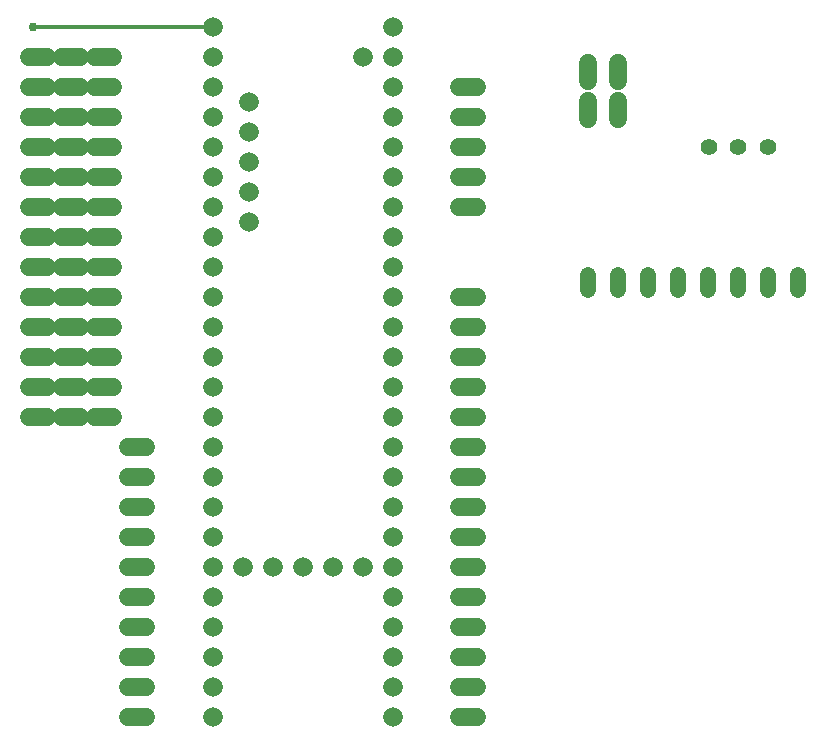
<source format=gbr>
G04 EAGLE Gerber RS-274X export*
G75*
%MOMM*%
%FSLAX34Y34*%
%LPD*%
%INBottom Copper*%
%IPPOS*%
%AMOC8*
5,1,8,0,0,1.08239X$1,22.5*%
G01*
%ADD10C,1.665000*%
%ADD11C,1.524000*%
%ADD12C,1.408000*%
%ADD13C,1.320800*%
%ADD14C,0.756400*%
%ADD15C,0.304800*%


D10*
X190500Y584200D03*
X190500Y558800D03*
X190500Y533400D03*
X190500Y508000D03*
X190500Y482600D03*
X190500Y457200D03*
X190500Y431800D03*
X190500Y406400D03*
X190500Y381000D03*
X190500Y355600D03*
X190500Y330200D03*
X190500Y304800D03*
X342900Y304800D03*
X342900Y330200D03*
X342900Y355600D03*
X342900Y381000D03*
X342900Y406400D03*
X342900Y431800D03*
X342900Y457200D03*
X342900Y482600D03*
X342900Y508000D03*
X342900Y533400D03*
X342900Y558800D03*
X190500Y254000D03*
X190500Y228600D03*
X190500Y203200D03*
X190500Y177800D03*
X190500Y152400D03*
X190500Y127000D03*
X190500Y101600D03*
X190500Y76200D03*
X190500Y50800D03*
X342900Y50800D03*
X342900Y76200D03*
X342900Y101600D03*
X342900Y127000D03*
X342900Y152400D03*
X342900Y177800D03*
X342900Y203200D03*
X342900Y228600D03*
X342900Y254000D03*
X190500Y279400D03*
X215900Y177800D03*
X241300Y177800D03*
X266700Y177800D03*
X292100Y177800D03*
X317500Y177800D03*
X221000Y469900D03*
X221000Y495300D03*
X221000Y520700D03*
X221000Y546100D03*
X221000Y571500D03*
X342900Y584200D03*
X342900Y635000D03*
X190500Y609600D03*
X317500Y609600D03*
X342900Y279400D03*
X342900Y609600D03*
X190500Y635000D03*
D11*
X105410Y609600D02*
X90170Y609600D01*
X90170Y584200D02*
X105410Y584200D01*
X105410Y558800D02*
X90170Y558800D01*
X90170Y533400D02*
X105410Y533400D01*
X105410Y508000D02*
X90170Y508000D01*
X90170Y482600D02*
X105410Y482600D01*
X105410Y457200D02*
X90170Y457200D01*
X90170Y431800D02*
X105410Y431800D01*
X105410Y406400D02*
X90170Y406400D01*
X90170Y381000D02*
X105410Y381000D01*
X105410Y355600D02*
X90170Y355600D01*
X90170Y330200D02*
X105410Y330200D01*
X105410Y304800D02*
X90170Y304800D01*
X77470Y304800D02*
X62230Y304800D01*
X62230Y330200D02*
X77470Y330200D01*
X77470Y355600D02*
X62230Y355600D01*
X62230Y381000D02*
X77470Y381000D01*
X77470Y406400D02*
X62230Y406400D01*
X62230Y431800D02*
X77470Y431800D01*
X77470Y457200D02*
X62230Y457200D01*
X62230Y482600D02*
X77470Y482600D01*
X77470Y508000D02*
X62230Y508000D01*
X62230Y533400D02*
X77470Y533400D01*
X77470Y558800D02*
X62230Y558800D01*
X62230Y584200D02*
X77470Y584200D01*
X77470Y609600D02*
X62230Y609600D01*
X49530Y304800D02*
X34290Y304800D01*
X34290Y330200D02*
X49530Y330200D01*
X49530Y355600D02*
X34290Y355600D01*
X34290Y381000D02*
X49530Y381000D01*
X49530Y406400D02*
X34290Y406400D01*
X34290Y431800D02*
X49530Y431800D01*
X49530Y457200D02*
X34290Y457200D01*
X34290Y482600D02*
X49530Y482600D01*
X49530Y508000D02*
X34290Y508000D01*
X34290Y533400D02*
X49530Y533400D01*
X49530Y558800D02*
X34290Y558800D01*
X34290Y584200D02*
X49530Y584200D01*
X49530Y609600D02*
X34290Y609600D01*
D12*
X610000Y533400D03*
X635000Y533400D03*
X660000Y533400D03*
D11*
X133350Y279400D02*
X118110Y279400D01*
X118110Y254000D02*
X133350Y254000D01*
X133350Y228600D02*
X118110Y228600D01*
X118110Y203200D02*
X133350Y203200D01*
X133350Y177800D02*
X118110Y177800D01*
X118110Y152400D02*
X133350Y152400D01*
X133350Y127000D02*
X118110Y127000D01*
X118110Y101600D02*
X133350Y101600D01*
X133350Y76200D02*
X118110Y76200D01*
X118110Y50800D02*
X133350Y50800D01*
X398780Y279400D02*
X414020Y279400D01*
X414020Y254000D02*
X398780Y254000D01*
X398780Y228600D02*
X414020Y228600D01*
X414020Y203200D02*
X398780Y203200D01*
X398780Y177800D02*
X414020Y177800D01*
X414020Y152400D02*
X398780Y152400D01*
X398780Y127000D02*
X414020Y127000D01*
X414020Y101600D02*
X398780Y101600D01*
X398780Y76200D02*
X414020Y76200D01*
X414020Y50800D02*
X398780Y50800D01*
D13*
X508000Y412496D02*
X508000Y425704D01*
X533400Y425704D02*
X533400Y412496D01*
X558800Y412496D02*
X558800Y425704D01*
X584200Y425704D02*
X584200Y412496D01*
X609600Y412496D02*
X609600Y425704D01*
X635000Y425704D02*
X635000Y412496D01*
X660400Y412496D02*
X660400Y425704D01*
X685800Y425704D02*
X685800Y412496D01*
D11*
X414020Y406400D02*
X398780Y406400D01*
X398780Y381000D02*
X414020Y381000D01*
X414020Y355600D02*
X398780Y355600D01*
X398780Y330200D02*
X414020Y330200D01*
X414020Y304800D02*
X398780Y304800D01*
X398780Y584200D02*
X414020Y584200D01*
X414020Y558800D02*
X398780Y558800D01*
X398780Y533400D02*
X414020Y533400D01*
X414020Y508000D02*
X398780Y508000D01*
X398780Y482600D02*
X414020Y482600D01*
X508000Y557530D02*
X508000Y572770D01*
X533400Y572770D02*
X533400Y557530D01*
X508000Y589280D02*
X508000Y604520D01*
X533400Y604520D02*
X533400Y589280D01*
D14*
X38100Y635000D03*
D15*
X190500Y635000D01*
M02*

</source>
